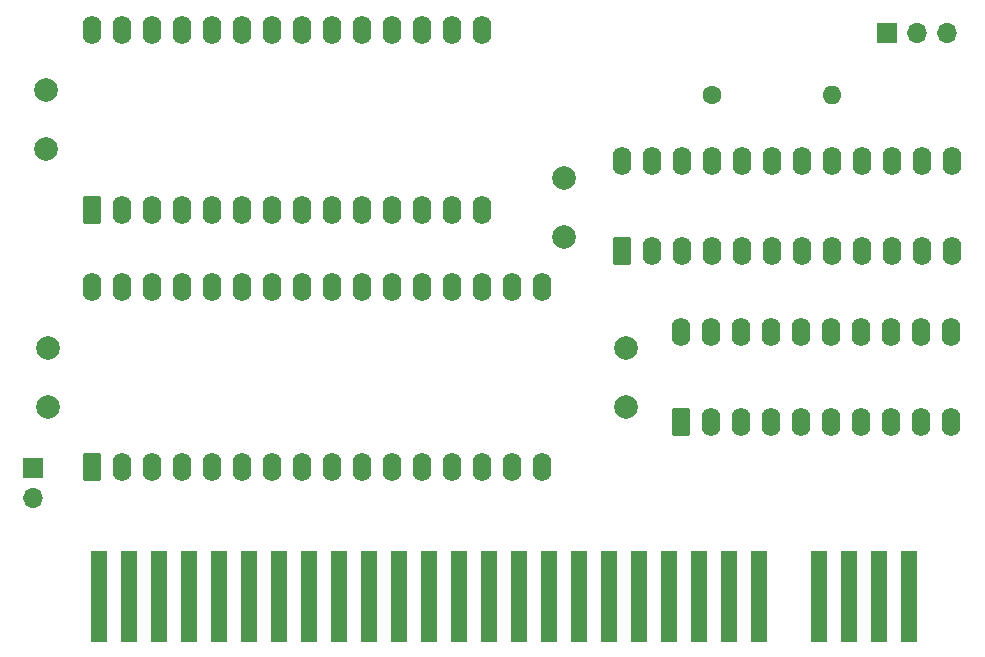
<source format=gbr>
%TF.GenerationSoftware,KiCad,Pcbnew,9.0.0*%
%TF.CreationDate,2025-03-16T01:26:31+03:00*%
%TF.ProjectId,128k_expander,3132386b-5f65-4787-9061-6e6465722e6b,rev?*%
%TF.SameCoordinates,Original*%
%TF.FileFunction,Soldermask,Top*%
%TF.FilePolarity,Negative*%
%FSLAX46Y46*%
G04 Gerber Fmt 4.6, Leading zero omitted, Abs format (unit mm)*
G04 Created by KiCad (PCBNEW 9.0.0) date 2025-03-16 01:26:31*
%MOMM*%
%LPD*%
G01*
G04 APERTURE LIST*
G04 Aperture macros list*
%AMRoundRect*
0 Rectangle with rounded corners*
0 $1 Rounding radius*
0 $2 $3 $4 $5 $6 $7 $8 $9 X,Y pos of 4 corners*
0 Add a 4 corners polygon primitive as box body*
4,1,4,$2,$3,$4,$5,$6,$7,$8,$9,$2,$3,0*
0 Add four circle primitives for the rounded corners*
1,1,$1+$1,$2,$3*
1,1,$1+$1,$4,$5*
1,1,$1+$1,$6,$7*
1,1,$1+$1,$8,$9*
0 Add four rect primitives between the rounded corners*
20,1,$1+$1,$2,$3,$4,$5,0*
20,1,$1+$1,$4,$5,$6,$7,0*
20,1,$1+$1,$6,$7,$8,$9,0*
20,1,$1+$1,$8,$9,$2,$3,0*%
G04 Aperture macros list end*
%ADD10C,0.120000*%
%ADD11C,2.000000*%
%ADD12RoundRect,0.250000X0.550000X-0.950000X0.550000X0.950000X-0.550000X0.950000X-0.550000X-0.950000X0*%
%ADD13O,1.600000X2.400000*%
%ADD14R,1.700000X1.700000*%
%ADD15O,1.700000X1.700000*%
%ADD16C,1.600000*%
%ADD17O,1.600000X1.600000*%
G04 APERTURE END LIST*
%TO.C,J2*%
D10*
X44665000Y-147010000D02*
X45935000Y-147010000D01*
X45935000Y-139390000D01*
X44665000Y-139390000D01*
X44665000Y-147010000D01*
G36*
X44665000Y-147010000D02*
G01*
X45935000Y-147010000D01*
X45935000Y-139390000D01*
X44665000Y-139390000D01*
X44665000Y-147010000D01*
G37*
X47205000Y-147010000D02*
X48475000Y-147010000D01*
X48475000Y-139390000D01*
X47205000Y-139390000D01*
X47205000Y-147010000D01*
G36*
X47205000Y-147010000D02*
G01*
X48475000Y-147010000D01*
X48475000Y-139390000D01*
X47205000Y-139390000D01*
X47205000Y-147010000D01*
G37*
X49745000Y-147010000D02*
X51015000Y-147010000D01*
X51015000Y-139390000D01*
X49745000Y-139390000D01*
X49745000Y-147010000D01*
G36*
X49745000Y-147010000D02*
G01*
X51015000Y-147010000D01*
X51015000Y-139390000D01*
X49745000Y-139390000D01*
X49745000Y-147010000D01*
G37*
X52285000Y-147010000D02*
X53555000Y-147010000D01*
X53555000Y-139390000D01*
X52285000Y-139390000D01*
X52285000Y-147010000D01*
G36*
X52285000Y-147010000D02*
G01*
X53555000Y-147010000D01*
X53555000Y-139390000D01*
X52285000Y-139390000D01*
X52285000Y-147010000D01*
G37*
X54825000Y-147010000D02*
X56095000Y-147010000D01*
X56095000Y-139390000D01*
X54825000Y-139390000D01*
X54825000Y-147010000D01*
G36*
X54825000Y-147010000D02*
G01*
X56095000Y-147010000D01*
X56095000Y-139390000D01*
X54825000Y-139390000D01*
X54825000Y-147010000D01*
G37*
X57365000Y-147010000D02*
X58635000Y-147010000D01*
X58635000Y-139390000D01*
X57365000Y-139390000D01*
X57365000Y-147010000D01*
G36*
X57365000Y-147010000D02*
G01*
X58635000Y-147010000D01*
X58635000Y-139390000D01*
X57365000Y-139390000D01*
X57365000Y-147010000D01*
G37*
X59905000Y-147010000D02*
X61175000Y-147010000D01*
X61175000Y-139390000D01*
X59905000Y-139390000D01*
X59905000Y-147010000D01*
G36*
X59905000Y-147010000D02*
G01*
X61175000Y-147010000D01*
X61175000Y-139390000D01*
X59905000Y-139390000D01*
X59905000Y-147010000D01*
G37*
X62445000Y-147010000D02*
X63715000Y-147010000D01*
X63715000Y-139390000D01*
X62445000Y-139390000D01*
X62445000Y-147010000D01*
G36*
X62445000Y-147010000D02*
G01*
X63715000Y-147010000D01*
X63715000Y-139390000D01*
X62445000Y-139390000D01*
X62445000Y-147010000D01*
G37*
X64985000Y-147010000D02*
X66255000Y-147010000D01*
X66255000Y-139390000D01*
X64985000Y-139390000D01*
X64985000Y-147010000D01*
G36*
X64985000Y-147010000D02*
G01*
X66255000Y-147010000D01*
X66255000Y-139390000D01*
X64985000Y-139390000D01*
X64985000Y-147010000D01*
G37*
X67525000Y-147010000D02*
X68795000Y-147010000D01*
X68795000Y-139390000D01*
X67525000Y-139390000D01*
X67525000Y-147010000D01*
G36*
X67525000Y-147010000D02*
G01*
X68795000Y-147010000D01*
X68795000Y-139390000D01*
X67525000Y-139390000D01*
X67525000Y-147010000D01*
G37*
X70065000Y-147010000D02*
X71335000Y-147010000D01*
X71335000Y-139390000D01*
X70065000Y-139390000D01*
X70065000Y-147010000D01*
G36*
X70065000Y-147010000D02*
G01*
X71335000Y-147010000D01*
X71335000Y-139390000D01*
X70065000Y-139390000D01*
X70065000Y-147010000D01*
G37*
X72605000Y-147010000D02*
X73875000Y-147010000D01*
X73875000Y-139390000D01*
X72605000Y-139390000D01*
X72605000Y-147010000D01*
G36*
X72605000Y-147010000D02*
G01*
X73875000Y-147010000D01*
X73875000Y-139390000D01*
X72605000Y-139390000D01*
X72605000Y-147010000D01*
G37*
X75145000Y-147010000D02*
X76415000Y-147010000D01*
X76415000Y-139390000D01*
X75145000Y-139390000D01*
X75145000Y-147010000D01*
G36*
X75145000Y-147010000D02*
G01*
X76415000Y-147010000D01*
X76415000Y-139390000D01*
X75145000Y-139390000D01*
X75145000Y-147010000D01*
G37*
X77685000Y-147010000D02*
X78955000Y-147010000D01*
X78955000Y-139390000D01*
X77685000Y-139390000D01*
X77685000Y-147010000D01*
G36*
X77685000Y-147010000D02*
G01*
X78955000Y-147010000D01*
X78955000Y-139390000D01*
X77685000Y-139390000D01*
X77685000Y-147010000D01*
G37*
X80225000Y-147010000D02*
X81495000Y-147010000D01*
X81495000Y-139390000D01*
X80225000Y-139390000D01*
X80225000Y-147010000D01*
G36*
X80225000Y-147010000D02*
G01*
X81495000Y-147010000D01*
X81495000Y-139390000D01*
X80225000Y-139390000D01*
X80225000Y-147010000D01*
G37*
X82765000Y-147010000D02*
X84035000Y-147010000D01*
X84035000Y-139390000D01*
X82765000Y-139390000D01*
X82765000Y-147010000D01*
G36*
X82765000Y-147010000D02*
G01*
X84035000Y-147010000D01*
X84035000Y-139390000D01*
X82765000Y-139390000D01*
X82765000Y-147010000D01*
G37*
X85305000Y-147010000D02*
X86575000Y-147010000D01*
X86575000Y-139390000D01*
X85305000Y-139390000D01*
X85305000Y-147010000D01*
G36*
X85305000Y-147010000D02*
G01*
X86575000Y-147010000D01*
X86575000Y-139390000D01*
X85305000Y-139390000D01*
X85305000Y-147010000D01*
G37*
X87845000Y-147010000D02*
X89115000Y-147010000D01*
X89115000Y-139390000D01*
X87845000Y-139390000D01*
X87845000Y-147010000D01*
G36*
X87845000Y-147010000D02*
G01*
X89115000Y-147010000D01*
X89115000Y-139390000D01*
X87845000Y-139390000D01*
X87845000Y-147010000D01*
G37*
X90385000Y-147010000D02*
X91655000Y-147010000D01*
X91655000Y-139390000D01*
X90385000Y-139390000D01*
X90385000Y-147010000D01*
G36*
X90385000Y-147010000D02*
G01*
X91655000Y-147010000D01*
X91655000Y-139390000D01*
X90385000Y-139390000D01*
X90385000Y-147010000D01*
G37*
X92925000Y-147010000D02*
X94195000Y-147010000D01*
X94195000Y-139390000D01*
X92925000Y-139390000D01*
X92925000Y-147010000D01*
G36*
X92925000Y-147010000D02*
G01*
X94195000Y-147010000D01*
X94195000Y-139390000D01*
X92925000Y-139390000D01*
X92925000Y-147010000D01*
G37*
X95465000Y-147010000D02*
X96735000Y-147010000D01*
X96735000Y-139390000D01*
X95465000Y-139390000D01*
X95465000Y-147010000D01*
G36*
X95465000Y-147010000D02*
G01*
X96735000Y-147010000D01*
X96735000Y-139390000D01*
X95465000Y-139390000D01*
X95465000Y-147010000D01*
G37*
X98005000Y-147010000D02*
X99275000Y-147010000D01*
X99275000Y-139390000D01*
X98005000Y-139390000D01*
X98005000Y-147010000D01*
G36*
X98005000Y-147010000D02*
G01*
X99275000Y-147010000D01*
X99275000Y-139390000D01*
X98005000Y-139390000D01*
X98005000Y-147010000D01*
G37*
X100545000Y-147010000D02*
X101815000Y-147010000D01*
X101815000Y-139390000D01*
X100545000Y-139390000D01*
X100545000Y-147010000D01*
G36*
X100545000Y-147010000D02*
G01*
X101815000Y-147010000D01*
X101815000Y-139390000D01*
X100545000Y-139390000D01*
X100545000Y-147010000D01*
G37*
X105625000Y-147010000D02*
X106895000Y-147010000D01*
X106895000Y-139390000D01*
X105625000Y-139390000D01*
X105625000Y-147010000D01*
G36*
X105625000Y-147010000D02*
G01*
X106895000Y-147010000D01*
X106895000Y-139390000D01*
X105625000Y-139390000D01*
X105625000Y-147010000D01*
G37*
X108165000Y-147010000D02*
X109435000Y-147010000D01*
X109435000Y-139390000D01*
X108165000Y-139390000D01*
X108165000Y-147010000D01*
G36*
X108165000Y-147010000D02*
G01*
X109435000Y-147010000D01*
X109435000Y-139390000D01*
X108165000Y-139390000D01*
X108165000Y-147010000D01*
G37*
X110705000Y-147010000D02*
X111975000Y-147010000D01*
X111975000Y-139390000D01*
X110705000Y-139390000D01*
X110705000Y-147010000D01*
G36*
X110705000Y-147010000D02*
G01*
X111975000Y-147010000D01*
X111975000Y-139390000D01*
X110705000Y-139390000D01*
X110705000Y-147010000D01*
G37*
X113245000Y-147010000D02*
X114515000Y-147010000D01*
X114515000Y-139390000D01*
X113245000Y-139390000D01*
X113245000Y-147010000D01*
G36*
X113245000Y-147010000D02*
G01*
X114515000Y-147010000D01*
X114515000Y-139390000D01*
X113245000Y-139390000D01*
X113245000Y-147010000D01*
G37*
%TD*%
D11*
%TO.C,C1*%
X40900000Y-100400000D03*
X40900000Y-105400000D03*
%TD*%
%TO.C,C2*%
X84700000Y-107800000D03*
X84700000Y-112800000D03*
%TD*%
D12*
%TO.C,U3*%
X44720000Y-132340000D03*
D13*
X47260000Y-132340000D03*
X49800000Y-132340000D03*
X52340000Y-132340000D03*
X54880000Y-132340000D03*
X57420000Y-132340000D03*
X59960000Y-132340000D03*
X62500000Y-132340000D03*
X65040000Y-132340000D03*
X67580000Y-132340000D03*
X70120000Y-132340000D03*
X72660000Y-132340000D03*
X75200000Y-132340000D03*
X77740000Y-132340000D03*
X80280000Y-132340000D03*
X82820000Y-132340000D03*
X82820000Y-117100000D03*
X80280000Y-117100000D03*
X77740000Y-117100000D03*
X75200000Y-117100000D03*
X72660000Y-117100000D03*
X70120000Y-117100000D03*
X67580000Y-117100000D03*
X65040000Y-117100000D03*
X62500000Y-117100000D03*
X59960000Y-117100000D03*
X57420000Y-117100000D03*
X54880000Y-117100000D03*
X52340000Y-117100000D03*
X49800000Y-117100000D03*
X47260000Y-117100000D03*
X44720000Y-117100000D03*
%TD*%
D12*
%TO.C,U1*%
X44720000Y-110515000D03*
D13*
X47260000Y-110515000D03*
X49800000Y-110515000D03*
X52340000Y-110515000D03*
X54880000Y-110515000D03*
X57420000Y-110515000D03*
X59960000Y-110515000D03*
X62500000Y-110515000D03*
X65040000Y-110515000D03*
X67580000Y-110515000D03*
X70120000Y-110515000D03*
X72660000Y-110515000D03*
X75200000Y-110515000D03*
X77740000Y-110515000D03*
X77740000Y-95275000D03*
X75200000Y-95275000D03*
X72660000Y-95275000D03*
X70120000Y-95275000D03*
X67580000Y-95275000D03*
X65040000Y-95275000D03*
X62500000Y-95275000D03*
X59960000Y-95275000D03*
X57420000Y-95275000D03*
X54880000Y-95275000D03*
X52340000Y-95275000D03*
X49800000Y-95275000D03*
X47260000Y-95275000D03*
X44720000Y-95275000D03*
%TD*%
D11*
%TO.C,C4*%
X89980000Y-122225000D03*
X89980000Y-127225000D03*
%TD*%
%TO.C,C3*%
X41000000Y-122225000D03*
X41000000Y-127225000D03*
%TD*%
D14*
%TO.C,JP2*%
X112060000Y-95600000D03*
D15*
X114600000Y-95600000D03*
X117140000Y-95600000D03*
%TD*%
D12*
%TO.C,U2*%
X89620000Y-114000000D03*
D13*
X92160000Y-114000000D03*
X94700000Y-114000000D03*
X97240000Y-114000000D03*
X99780000Y-114000000D03*
X102320000Y-114000000D03*
X104860000Y-114000000D03*
X107400000Y-114000000D03*
X109940000Y-114000000D03*
X112480000Y-114000000D03*
X115020000Y-114000000D03*
X117560000Y-114000000D03*
X117560000Y-106380000D03*
X115020000Y-106380000D03*
X112480000Y-106380000D03*
X109940000Y-106380000D03*
X107400000Y-106380000D03*
X104860000Y-106380000D03*
X102320000Y-106380000D03*
X99780000Y-106380000D03*
X97240000Y-106380000D03*
X94700000Y-106380000D03*
X92160000Y-106380000D03*
X89620000Y-106380000D03*
%TD*%
D14*
%TO.C,JP1*%
X39800000Y-132400000D03*
D15*
X39800000Y-134940000D03*
%TD*%
D12*
%TO.C,U4*%
X94660000Y-128535000D03*
D13*
X97200000Y-128535000D03*
X99740000Y-128535000D03*
X102280000Y-128535000D03*
X104820000Y-128535000D03*
X107360000Y-128535000D03*
X109900000Y-128535000D03*
X112440000Y-128535000D03*
X114980000Y-128535000D03*
X117520000Y-128535000D03*
X117520000Y-120915000D03*
X114980000Y-120915000D03*
X112440000Y-120915000D03*
X109900000Y-120915000D03*
X107360000Y-120915000D03*
X104820000Y-120915000D03*
X102280000Y-120915000D03*
X99740000Y-120915000D03*
X97200000Y-120915000D03*
X94660000Y-120915000D03*
%TD*%
D16*
%TO.C,R1*%
X97220000Y-100800000D03*
D17*
X107380000Y-100800000D03*
%TD*%
M02*

</source>
